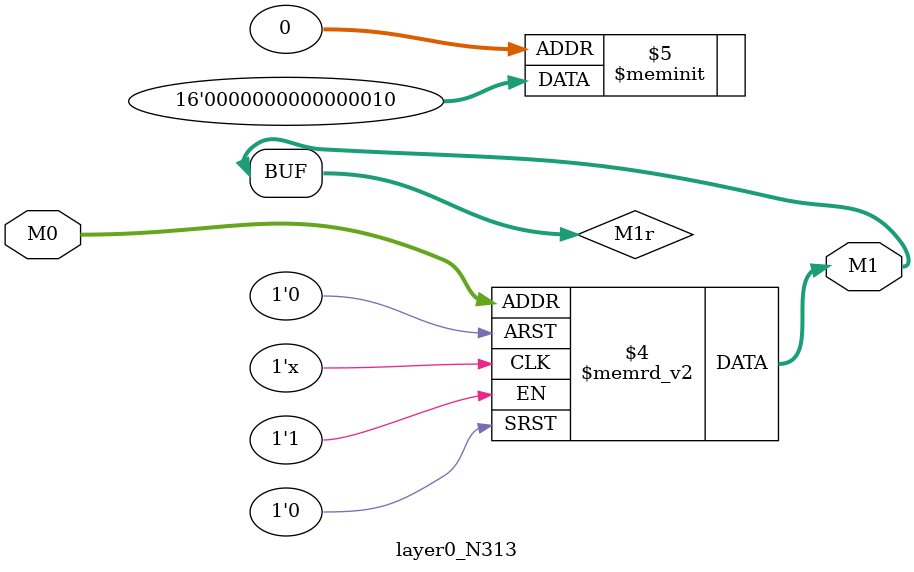
<source format=v>
module layer0_N313 ( input [2:0] M0, output [1:0] M1 );

	(*rom_style = "distributed" *) reg [1:0] M1r;
	assign M1 = M1r;
	always @ (M0) begin
		case (M0)
			3'b000: M1r = 2'b10;
			3'b100: M1r = 2'b00;
			3'b010: M1r = 2'b00;
			3'b110: M1r = 2'b00;
			3'b001: M1r = 2'b00;
			3'b101: M1r = 2'b00;
			3'b011: M1r = 2'b00;
			3'b111: M1r = 2'b00;

		endcase
	end
endmodule

</source>
